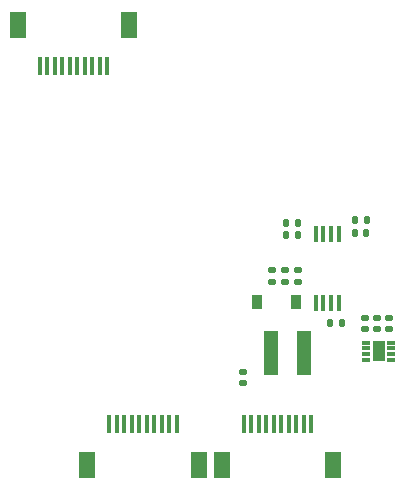
<source format=gbp>
G04 #@! TF.GenerationSoftware,KiCad,Pcbnew,7.0.2*
G04 #@! TF.CreationDate,2023-06-06T15:19:24-04:00*
G04 #@! TF.ProjectId,ExternalFaces,45787465-726e-4616-9c46-616365732e6b,rev?*
G04 #@! TF.SameCoordinates,Original*
G04 #@! TF.FileFunction,Paste,Bot*
G04 #@! TF.FilePolarity,Positive*
%FSLAX46Y46*%
G04 Gerber Fmt 4.6, Leading zero omitted, Abs format (unit mm)*
G04 Created by KiCad (PCBNEW 7.0.2) date 2023-06-06 15:19:24*
%MOMM*%
%LPD*%
G01*
G04 APERTURE LIST*
G04 Aperture macros list*
%AMRoundRect*
0 Rectangle with rounded corners*
0 $1 Rounding radius*
0 $2 $3 $4 $5 $6 $7 $8 $9 X,Y pos of 4 corners*
0 Add a 4 corners polygon primitive as box body*
4,1,4,$2,$3,$4,$5,$6,$7,$8,$9,$2,$3,0*
0 Add four circle primitives for the rounded corners*
1,1,$1+$1,$2,$3*
1,1,$1+$1,$4,$5*
1,1,$1+$1,$6,$7*
1,1,$1+$1,$8,$9*
0 Add four rect primitives between the rounded corners*
20,1,$1+$1,$2,$3,$4,$5,0*
20,1,$1+$1,$4,$5,$6,$7,0*
20,1,$1+$1,$6,$7,$8,$9,0*
20,1,$1+$1,$8,$9,$2,$3,0*%
G04 Aperture macros list end*
%ADD10RoundRect,0.135000X0.185000X-0.135000X0.185000X0.135000X-0.185000X0.135000X-0.185000X-0.135000X0*%
%ADD11R,0.380000X1.520000*%
%ADD12R,1.400000X2.290000*%
%ADD13RoundRect,0.140000X-0.140000X-0.170000X0.140000X-0.170000X0.140000X0.170000X-0.140000X0.170000X0*%
%ADD14RoundRect,0.140000X0.170000X-0.140000X0.170000X0.140000X-0.170000X0.140000X-0.170000X-0.140000X0*%
%ADD15R,0.700000X0.300000*%
%ADD16R,1.000000X1.700000*%
%ADD17R,0.450000X1.475000*%
%ADD18RoundRect,0.135000X0.135000X0.185000X-0.135000X0.185000X-0.135000X-0.185000X0.135000X-0.185000X0*%
%ADD19RoundRect,0.140000X-0.170000X0.140000X-0.170000X-0.140000X0.170000X-0.140000X0.170000X0.140000X0*%
%ADD20RoundRect,0.140000X0.140000X0.170000X-0.140000X0.170000X-0.140000X-0.170000X0.140000X-0.170000X0*%
%ADD21R,1.200000X3.700000*%
%ADD22R,0.900000X1.200000*%
G04 APERTURE END LIST*
D10*
X135900000Y-100010000D03*
X135900000Y-98990000D03*
D11*
X120577500Y-112070000D03*
X119942500Y-112070000D03*
X121847500Y-112070000D03*
X121212500Y-112070000D03*
X123117500Y-112070000D03*
X122482500Y-112070000D03*
X124387500Y-112070000D03*
X123752500Y-112070000D03*
X125657500Y-112070000D03*
X125022500Y-112070000D03*
D12*
X127510000Y-115500000D03*
X118090000Y-115500000D03*
D13*
X140745000Y-95838000D03*
X141705000Y-95838000D03*
D14*
X142618750Y-104017500D03*
X142618750Y-103057500D03*
D15*
X143818750Y-105150000D03*
X143818750Y-105650000D03*
X143818750Y-106150000D03*
X143818750Y-106650000D03*
X141718750Y-106650000D03*
X141718750Y-106150000D03*
X141718750Y-105650000D03*
X141718750Y-105150000D03*
D16*
X142768750Y-105900000D03*
D14*
X134800000Y-99980000D03*
X134800000Y-99020000D03*
D17*
X139375000Y-101838000D03*
X138725000Y-101838000D03*
X138075000Y-101838000D03*
X137425000Y-101838000D03*
X137425000Y-95962000D03*
X138075000Y-95962000D03*
X138725000Y-95962000D03*
X139375000Y-95962000D03*
D18*
X141725000Y-94738000D03*
X140705000Y-94738000D03*
D11*
X131977500Y-112070000D03*
X131342500Y-112070000D03*
X133247500Y-112070000D03*
X132612500Y-112070000D03*
X134517500Y-112070000D03*
X133882500Y-112070000D03*
X135787500Y-112070000D03*
X135152500Y-112070000D03*
X137057500Y-112070000D03*
X136422500Y-112070000D03*
D12*
X138910000Y-115500000D03*
X129490000Y-115500000D03*
D18*
X135955000Y-95000000D03*
X134935000Y-95000000D03*
D19*
X131300000Y-107620000D03*
X131300000Y-108580000D03*
D14*
X141618750Y-104017500D03*
X141618750Y-103057500D03*
D20*
X135905000Y-96038000D03*
X134945000Y-96038000D03*
D21*
X136400000Y-106000000D03*
X133600000Y-106000000D03*
D14*
X133700000Y-99980000D03*
X133700000Y-99020000D03*
D19*
X143618750Y-103070000D03*
X143618750Y-104030000D03*
D22*
X135750000Y-101700000D03*
X132450000Y-101700000D03*
D18*
X139610000Y-103500000D03*
X138590000Y-103500000D03*
D11*
X119140000Y-81730000D03*
X119775000Y-81730000D03*
X117870000Y-81730000D03*
X118505000Y-81730000D03*
X116600000Y-81730000D03*
X117235000Y-81730000D03*
X115330000Y-81730000D03*
X115965000Y-81730000D03*
X114060000Y-81730000D03*
X114695000Y-81730000D03*
D12*
X112207500Y-78300000D03*
X121627500Y-78300000D03*
M02*

</source>
